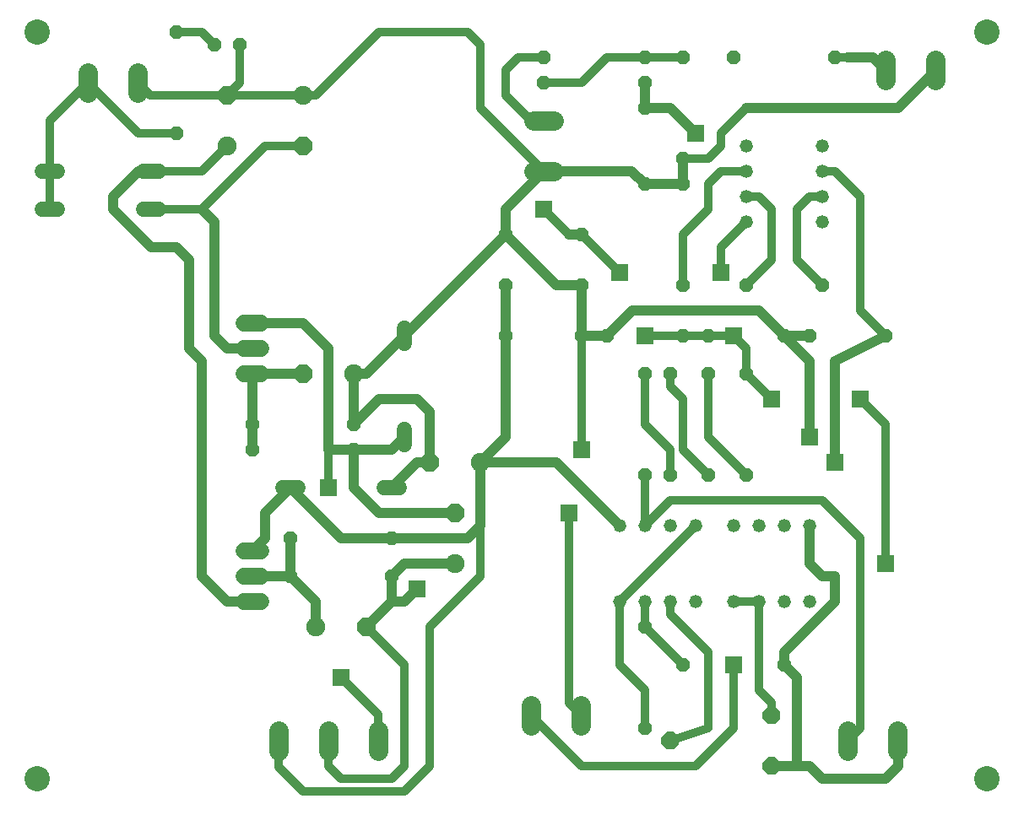
<source format=gbl>
G75*
G70*
%OFA0B0*%
%FSLAX24Y24*%
%IPPOS*%
%LPD*%
%AMOC8*
5,1,8,0,0,1.08239X$1,22.5*
%
%ADD10C,0.0520*%
%ADD11OC8,0.0700*%
%ADD12OC8,0.0520*%
%ADD13OC8,0.0560*%
%ADD14C,0.0780*%
%ADD15C,0.0600*%
%ADD16C,0.0750*%
%ADD17OC8,0.0750*%
%ADD18C,0.0660*%
%ADD19C,0.0400*%
%ADD20C,0.0320*%
%ADD21R,0.0396X0.0396*%
%ADD22R,0.0531X0.0531*%
%ADD23R,0.0500X0.0500*%
%ADD24R,0.0660X0.0660*%
%ADD25C,0.1000*%
D10*
X024100Y009233D03*
X025100Y009233D03*
X026100Y009233D03*
X027100Y009233D03*
X028600Y009233D03*
X029600Y009233D03*
X030600Y009233D03*
X031600Y009233D03*
X031600Y012233D03*
X030600Y012233D03*
X029600Y012233D03*
X028600Y012233D03*
X027100Y012233D03*
X026100Y012233D03*
X025100Y012233D03*
X024100Y012233D03*
X029100Y024233D03*
X029100Y025233D03*
X029100Y026233D03*
X029100Y027233D03*
X032100Y027233D03*
X032100Y026233D03*
X032100Y025233D03*
X032100Y024233D03*
D11*
X030100Y004733D03*
X030100Y002733D03*
X026100Y003733D03*
D12*
X025100Y004233D03*
X026600Y006733D03*
X025100Y008233D03*
X030600Y006733D03*
X029100Y014233D03*
X027600Y014233D03*
X026100Y014233D03*
X025100Y014233D03*
X025100Y018233D03*
X026100Y018233D03*
X027600Y018233D03*
X029100Y018233D03*
X026600Y021733D03*
X026600Y025733D03*
X026600Y026733D03*
X025100Y029733D03*
X025100Y030733D03*
X026600Y030733D03*
X028600Y030733D03*
X032600Y030733D03*
X021100Y030733D03*
X021100Y029733D03*
X009100Y031233D03*
X008100Y031233D03*
X006600Y031733D03*
X006600Y027733D03*
X009600Y016233D03*
X009600Y015233D03*
X011100Y011733D03*
X011100Y010233D03*
X015100Y010233D03*
X015100Y011733D03*
X013600Y015233D03*
X013600Y016233D03*
D13*
X019600Y019733D03*
X019600Y021733D03*
X019600Y023733D03*
X022600Y023733D03*
X022600Y021733D03*
X022600Y019733D03*
X023600Y019733D03*
X026600Y019733D03*
X027600Y019733D03*
X029100Y021733D03*
X030600Y019733D03*
X031600Y019733D03*
X032100Y021733D03*
X034600Y019733D03*
X025100Y025733D03*
X025100Y028733D03*
D14*
X021490Y028223D02*
X020710Y028223D01*
X020710Y026253D02*
X021490Y026253D01*
X034610Y029843D02*
X034610Y030623D01*
X036580Y030623D02*
X036580Y029843D01*
X022580Y005123D02*
X022580Y004343D01*
X020610Y004343D02*
X020610Y005123D01*
X014570Y004123D02*
X014570Y003343D01*
X012600Y003343D02*
X012600Y004123D01*
X010630Y004123D02*
X010630Y003343D01*
X033110Y003343D02*
X033110Y004123D01*
X035080Y004123D02*
X035080Y003343D01*
X005080Y029343D02*
X005080Y030123D01*
X003110Y030123D02*
X003110Y029343D01*
D15*
X001900Y026233D02*
X001300Y026233D01*
X001300Y024733D02*
X001900Y024733D01*
X005300Y024733D02*
X005900Y024733D01*
X005900Y026233D02*
X005300Y026233D01*
X015600Y020033D02*
X015600Y019433D01*
X015600Y016033D02*
X015600Y015433D01*
X015400Y013733D02*
X014800Y013733D01*
X011400Y013733D02*
X010800Y013733D01*
D16*
X013600Y018233D03*
X018600Y014733D03*
X017600Y010733D03*
X012100Y008233D03*
X008600Y027233D03*
X011600Y029233D03*
D17*
X011600Y027233D03*
X008600Y029233D03*
X011600Y018233D03*
X016600Y014733D03*
X017600Y012733D03*
X014100Y008233D03*
D18*
X009930Y009233D02*
X009270Y009233D01*
X009270Y010233D02*
X009930Y010233D01*
X009930Y011233D02*
X009270Y011233D01*
X009270Y018233D02*
X009930Y018233D01*
X009930Y019233D02*
X009270Y019233D01*
X009270Y020233D02*
X009930Y020233D01*
D19*
X009600Y020233D02*
X011600Y020233D01*
X012600Y019233D01*
X012600Y015233D01*
X013600Y015233D01*
X013600Y013733D01*
X014600Y012733D01*
X017600Y012733D01*
X018100Y011733D02*
X015100Y011733D01*
X013100Y011733D01*
X011100Y013733D01*
X010100Y012733D01*
X010100Y011733D01*
X009600Y011233D01*
X009600Y010233D02*
X011100Y010233D01*
X011100Y011733D01*
X011100Y010233D02*
X012100Y009233D01*
X012100Y008233D01*
X014100Y008233D02*
X015100Y009233D01*
X015600Y009233D01*
X016100Y009733D01*
X015100Y009233D02*
X015100Y010233D01*
X015600Y010733D01*
X017600Y010733D01*
X018100Y011733D02*
X018600Y012233D01*
X018600Y014733D01*
X021600Y014733D01*
X024100Y012233D01*
X019600Y015733D02*
X019600Y019733D01*
X019600Y021733D01*
X021600Y021733D02*
X019600Y023733D01*
X015600Y019733D01*
X014100Y018233D01*
X013600Y018233D01*
X013600Y016233D01*
X014600Y017233D01*
X016100Y017233D01*
X016600Y016733D01*
X016600Y014733D01*
X016100Y014733D01*
X015100Y013733D01*
X015100Y015233D02*
X013600Y015233D01*
X015100Y015233D02*
X015600Y015733D01*
X018600Y014733D02*
X019600Y015733D01*
X022600Y019733D02*
X022600Y021733D01*
X021600Y021733D01*
X022100Y023733D02*
X022600Y023733D01*
X025100Y025733D02*
X026600Y025733D01*
X026600Y026733D01*
X027100Y027733D02*
X026100Y028733D01*
X025100Y028733D01*
X025100Y029733D01*
X024580Y026253D02*
X021100Y026253D01*
X019600Y024753D01*
X019600Y023733D01*
X022600Y019733D02*
X023600Y019733D01*
X024600Y020733D01*
X029600Y020733D01*
X030600Y019733D01*
X031600Y018733D01*
X031600Y015733D01*
X032600Y014733D02*
X032600Y018733D01*
X034600Y019733D01*
X031600Y019733D02*
X030600Y019733D01*
X025100Y025733D02*
X024580Y026253D01*
X029100Y028733D02*
X035100Y028733D01*
X036580Y030213D01*
X036580Y030233D01*
X034610Y030233D02*
X034110Y030733D01*
X033100Y030733D01*
X031600Y012233D02*
X031600Y010733D01*
X032100Y010233D01*
X032600Y010233D01*
X032600Y009233D01*
X030600Y007233D01*
X030600Y006733D01*
X031100Y006233D01*
X031100Y002733D01*
X031600Y002733D01*
X032100Y002233D01*
X034600Y002233D01*
X035100Y002733D01*
X035100Y003713D01*
X031100Y002733D02*
X030100Y002733D01*
X011600Y018233D02*
X009600Y018233D01*
X009600Y016233D01*
X009600Y015233D01*
X007600Y018733D02*
X007100Y019233D01*
X007100Y022733D01*
X006600Y023233D01*
X005600Y023233D01*
X004100Y024733D01*
X004100Y025233D01*
X005100Y026233D01*
X005600Y026233D01*
X007600Y024733D02*
X008100Y024233D01*
X008100Y019733D01*
X008600Y019233D01*
X009600Y019233D01*
X007600Y018733D02*
X007600Y010233D01*
X008600Y009233D01*
X009600Y009233D01*
D20*
X013100Y006233D02*
X014570Y004763D01*
X014570Y003733D01*
X015600Y002733D02*
X015600Y006733D01*
X014100Y008233D01*
X016600Y008233D02*
X018600Y010233D01*
X018600Y014733D01*
X022100Y012733D02*
X022100Y005233D01*
X022580Y004753D01*
X022580Y004733D01*
X022100Y005233D02*
X022100Y012733D01*
X022600Y015233D02*
X022600Y019733D01*
X025100Y019733D02*
X026600Y019733D01*
X027600Y019733D01*
X028600Y019733D01*
X029100Y019233D01*
X029100Y018233D01*
X030100Y017233D01*
X027600Y018233D02*
X027600Y015733D01*
X029100Y014233D01*
X027600Y014233D02*
X026600Y015233D01*
X026600Y017233D01*
X026100Y017733D01*
X026100Y018233D01*
X025100Y018233D02*
X025100Y016233D01*
X026100Y015233D01*
X026100Y014233D01*
X026100Y013233D02*
X032100Y013233D01*
X033600Y011733D01*
X033600Y004223D01*
X033110Y003733D01*
X035080Y003733D02*
X035100Y003713D01*
X030100Y004733D02*
X030100Y005233D01*
X029600Y005733D01*
X029600Y009233D01*
X028600Y009233D01*
X027600Y007233D02*
X027600Y004233D01*
X026100Y003733D01*
X025100Y004233D02*
X025100Y005733D01*
X024100Y006733D01*
X024100Y009233D01*
X027100Y012233D01*
X026100Y013233D02*
X025100Y012233D01*
X025100Y014233D01*
X025100Y009233D02*
X025100Y008233D01*
X026600Y006733D01*
X027600Y007233D02*
X026100Y008733D01*
X026100Y009233D01*
X028600Y006733D02*
X028600Y004233D01*
X027100Y002733D01*
X022610Y002733D01*
X020610Y004733D01*
X016600Y002733D02*
X016600Y008233D01*
X012600Y003733D02*
X012600Y002733D01*
X013100Y002233D01*
X015100Y002233D01*
X015600Y002733D01*
X015600Y001733D02*
X016600Y002733D01*
X015600Y001733D02*
X011600Y001733D01*
X010630Y002703D01*
X010630Y003733D01*
X012600Y013733D02*
X012600Y015233D01*
X021100Y024733D02*
X022100Y023733D01*
X022600Y023733D02*
X024100Y022233D01*
X026600Y021733D02*
X026600Y023733D01*
X027600Y024733D01*
X027600Y025733D01*
X028100Y026233D01*
X029100Y026233D01*
X029100Y025233D02*
X029600Y025233D01*
X030100Y024733D01*
X030100Y022733D01*
X029100Y021733D01*
X028100Y022233D02*
X028100Y023233D01*
X029100Y024233D01*
X031100Y024733D02*
X031100Y022733D01*
X032100Y021733D01*
X033600Y020733D02*
X034600Y019733D01*
X033600Y020733D02*
X033600Y025233D01*
X032600Y026233D01*
X032100Y026233D01*
X032100Y025233D02*
X031600Y025233D01*
X031100Y024733D01*
X028100Y027233D02*
X028100Y027733D01*
X029100Y028733D01*
X028100Y027233D02*
X027600Y026733D01*
X026600Y026733D01*
X022600Y029733D02*
X023600Y030733D01*
X025100Y030733D01*
X026600Y030733D01*
X022600Y029733D02*
X021100Y029733D01*
X021100Y030733D02*
X020100Y030733D01*
X019600Y030233D01*
X019600Y029233D01*
X020610Y028223D01*
X021100Y028223D01*
X021100Y026253D02*
X018600Y028753D01*
X018600Y031233D01*
X018100Y031733D01*
X014600Y031733D01*
X012100Y029233D01*
X011600Y029233D01*
X008600Y029233D01*
X005580Y029233D01*
X005080Y029733D01*
X003110Y029733D02*
X001600Y028223D01*
X001600Y026233D01*
X001600Y024733D01*
X005110Y027733D02*
X003110Y029733D01*
X005110Y027733D02*
X006600Y027733D01*
X007600Y026233D02*
X005600Y026233D01*
X005600Y024733D02*
X007600Y024733D01*
X010100Y027233D01*
X011600Y027233D01*
X009100Y029733D02*
X008600Y029233D01*
X009100Y029733D02*
X009100Y031233D01*
X008100Y031233D02*
X007600Y031733D01*
X006600Y031733D01*
X008600Y027233D02*
X007600Y026233D01*
X032600Y030733D02*
X033100Y030733D01*
X033600Y017233D02*
X034600Y016233D01*
X034600Y010733D01*
D21*
X032600Y014733D03*
X031600Y015733D03*
X013100Y006233D03*
X012600Y013733D03*
D22*
X031600Y015733D03*
X032600Y014733D03*
D23*
X027100Y027733D03*
X016100Y009733D03*
D24*
X016100Y009733D03*
X013100Y006233D03*
X012600Y013733D03*
X022100Y012733D03*
X022600Y015233D03*
X025100Y019733D03*
X024100Y022233D03*
X021100Y024733D03*
X027100Y027733D03*
X028100Y022233D03*
X028600Y019733D03*
X030100Y017233D03*
X031600Y015733D03*
X032600Y014733D03*
X033600Y017233D03*
X034600Y010733D03*
X028600Y006733D03*
D25*
X001100Y002233D03*
X001100Y031733D03*
X038600Y031733D03*
X038600Y002233D03*
M02*

</source>
